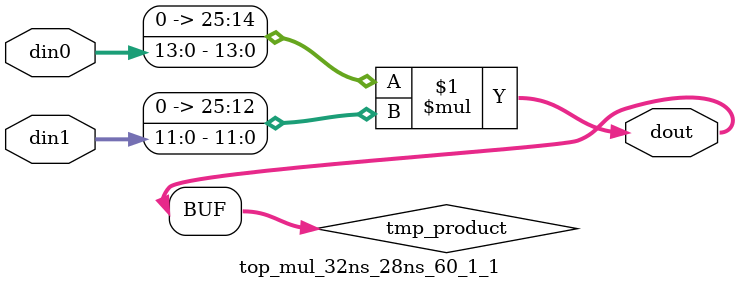
<source format=v>

`timescale 1 ns / 1 ps

  module top_mul_32ns_28ns_60_1_1(din0, din1, dout);
parameter ID = 1;
parameter NUM_STAGE = 0;
parameter din0_WIDTH = 14;
parameter din1_WIDTH = 12;
parameter dout_WIDTH = 26;

input [din0_WIDTH - 1 : 0] din0; 
input [din1_WIDTH - 1 : 0] din1; 
output [dout_WIDTH - 1 : 0] dout;

wire signed [dout_WIDTH - 1 : 0] tmp_product;










assign tmp_product = $signed({1'b0, din0}) * $signed({1'b0, din1});











assign dout = tmp_product;







endmodule

</source>
